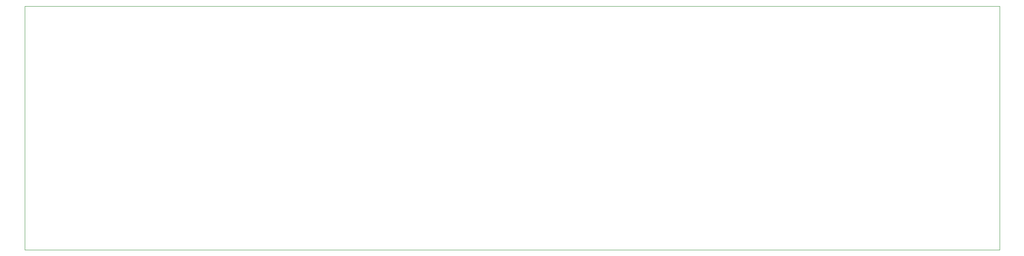
<source format=gbr>
G04 #@! TF.GenerationSoftware,KiCad,Pcbnew,(6.0.5)*
G04 #@! TF.CreationDate,2022-06-09T22:20:49-05:00*
G04 #@! TF.ProjectId,KosmoVoltsPanel,4b6f736d-6f56-46f6-9c74-7350616e656c,rev?*
G04 #@! TF.SameCoordinates,Original*
G04 #@! TF.FileFunction,Profile,NP*
%FSLAX46Y46*%
G04 Gerber Fmt 4.6, Leading zero omitted, Abs format (unit mm)*
G04 Created by KiCad (PCBNEW (6.0.5)) date 2022-06-09 22:20:49*
%MOMM*%
%LPD*%
G01*
G04 APERTURE LIST*
G04 #@! TA.AperFunction,Profile*
%ADD10C,0.100000*%
G04 #@! TD*
G04 APERTURE END LIST*
D10*
X30000000Y-125000000D02*
X230000000Y-125000000D01*
X230000000Y-125000000D02*
X230000000Y-75000000D01*
X230000000Y-75000000D02*
X30000000Y-75000000D01*
X30000000Y-75000000D02*
X30000000Y-125000000D01*
M02*

</source>
